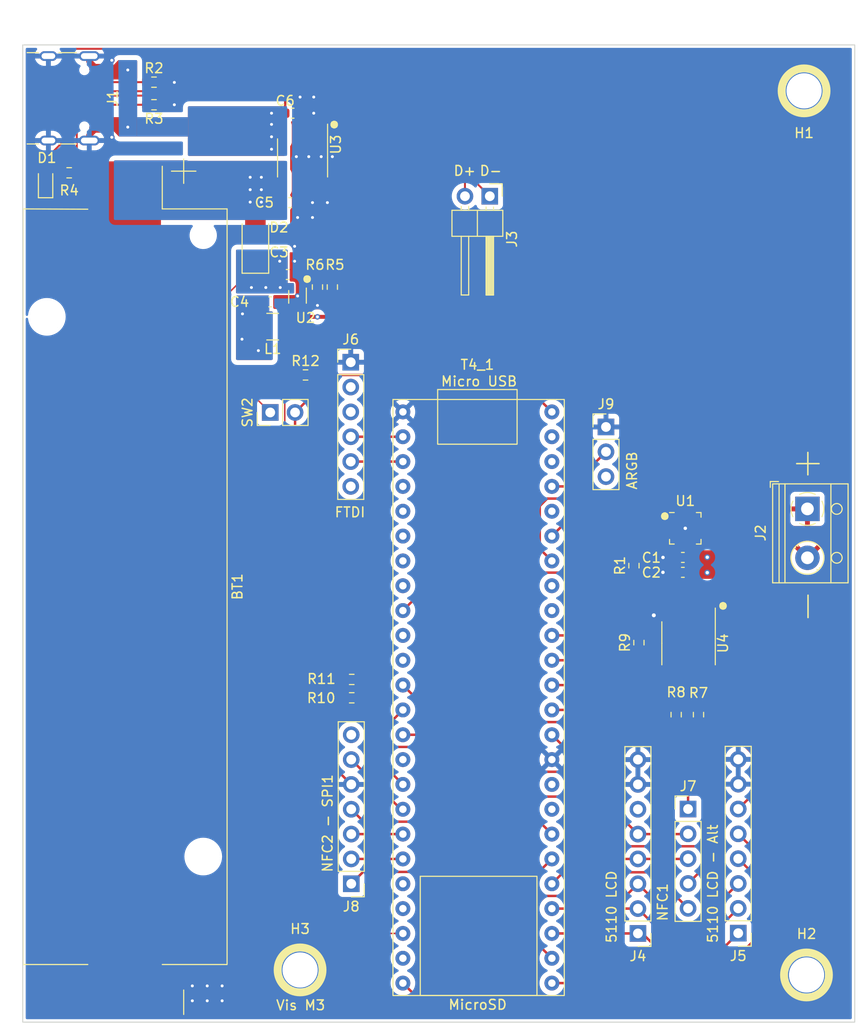
<source format=kicad_pcb>
(kicad_pcb (version 20221018) (generator pcbnew)
  (title_block (title "Carte projet Barbapapa") (date "2023-06-22") (rev "0.2") (company "Téo-CD"))
  (layers (0 "F.Cu" signal) (1 "In1.Cu" power) (2 "In2.Cu" power) (31 "B.Cu" power) (34 "B.Paste" user) (35 "F.Paste" user) (36 "B.SilkS" user "B.Silkscreen") (37 "F.SilkS" user "F.Silkscreen") (38 "B.Mask" user) (39 "F.Mask" user) (44 "Edge.Cuts" user))
  (net 0 "")
  (net 1 "/Power and USB/BATT_LOAD")
  (net 2 "VSS")
  (net 3 "/+3.3V")
  (net 4 "/Power and USB/VBUS")
  (net 5 "Net-(D1-K)")
  (net 6 "Net-(D1-A)")
  (net 7 "Net-(J1-CC1)")
  (net 8 "/Power and USB/USB_D_P")
  (net 9 "/Power and USB/USB_D_N")
  (net 11 "Net-(J1-CC2)")
  (net 13 "/Audio/Speaker_P")
  (net 14 "/Audio/Speaker_N")
  (net 15 "/LCD connectors/LCD_RST")
  (net 16 "/LCD connectors/LCD_CS")
  (net 17 "/LCD connectors/LCD_DC")
  (net 18 "/SPI_COPI")
  (net 19 "/SPI_SCK")
  (net 20 "/LCD connectors/LCD_COPI_ALT")
  (net 21 "/LCD connectors/LCD_SCK_ALT")
  (net 24 "Net-(J6-Pin_4)")
  (net 25 "Net-(J6-Pin_5)")
  (net 27 "/NFC Connectors/NFC1_CS")
  (net 28 "/SPI_CIPO")
  (net 29 "/NFC2_CS")
  (net 30 "/SPI1_SCK")
  (net 31 "/SPI1_COPI")
  (net 32 "/SPI1_CIPO")
  (net 33 "/NFC Connectors/NFC2_RST")
  (net 34 "Net-(J9-Pin_2)")
  (net 35 "Net-(U2-SW)")
  (net 36 "/Audio/Amp_enable")
  (net 37 "Net-(U1-~{SD_MODE})")
  (net 38 "Net-(U2-FB)")
  (net 39 "Net-(U4-X0)")
  (net 40 "Net-(U4-X3)")
  (net 41 "/Audio/AMP_GAIN_EN")
  (net 42 "/Power and USB/VIN")
  (net 48 "/Audio_OUT")
  (net 51 "/Audio/AMP_GAIN0")
  (net 52 "/Audio/AMP_GAIN1")
  (net 55 "/Audio/LRCLK")
  (net 56 "/Audio/BCLK")
  (net 64 "Net-(U1-~{GAIN_SLOT})")
  (net 70 "/NFC1_RST")
  (net 71 "/BAT_SNS")
  (net 74 "/Reg_en")
  (net 75 "/Power and USB/BATT_SAFE")
  (footprint "01_Passives:RES_0603" (layer "F.Cu") (at 51.2572 127 180)
    (fp_text reference "R11")
    (fp_text value "RES_0603_100K_1%")
  )
  (footprint "Connector_PinHeader_2.54mm:PinHeader_1x05_P2.54mm_Vertical" (layer "F.Cu") (at 85.667 140.2536)
    (fp_text reference "J7")
    (fp_text value "NFC1")
  )
  (footprint "01_Passives:RES_0603" (layer "F.Cu") (at 31.0282 68.2244 180)
    (fp_text reference "R3")
    (fp_text value "RES_0603_5K1_1%")
  )
  (footprint "Package_SO:SOIC-8_3.9x4.9mm_P1.27mm" (layer "F.Cu") (at 46.228 73.66 -90)
    (fp_text reference "U3")
    (fp_text value "MAX1811")
  )
  (footprint "01_Passives:RES_0603" (layer "F.Cu") (at 51.2572 128.8796)
    (fp_text reference "R10")
    (fp_text value "RES_0603_200k_1%")
  )
  (footprint "MountingHole:MountingHole_3.2mm_M3" (layer "F.Cu") (at 97.536 66.802)
    (fp_text reference "H1")
    (fp_text value "MountingHole")
  )
  (footprint "Diode_SMD:D_SOD-128" (layer "F.Cu") (at 41.402 82.296 90)
    (fp_text reference "D2")
    (fp_text value "PMEG3050EP-QX")
  )
  (footprint "Battery:BatteryHolder_Keystone_1042_1x18650" (layer "F.Cu") (at 28.066 117.516 -90)
    (fp_text reference "BT1")
    (fp_text value "Battery_Cell")
  )
  (footprint "01_Passives:CAP_0603" (layer "F.Cu") (at 85.1336 116.0474 180)
    (fp_text reference "C2")
    (fp_text value "CAP_0603_10uF_50V")
  )
  (footprint "Connector_PinHeader_2.54mm:PinHeader_1x02_P2.54mm_Vertical" (layer "F.Cu") (at 42.921 99.695 90)
    (fp_text reference "SW2")
    (fp_text value "Power switch")
  )
  (footprint "Connector_USB:USB_C_Receptacle_GCT_USB4105-xx-A_16P_TopMnt_Horizontal" (layer "F.Cu") (at 21.3 67.564 -90)
    (fp_text reference "J1")
    (fp_text value "USB_C_Receptacle_USB2.0")
  )
  (footprint "Stuff:Teensy 4.1" (layer "F.Cu") (at 64.1123 127.579)
    (fp_text reference "T4_1")
    (fp_text value "~")
  )
  (footprint "Connector_PinHeader_2.54mm:PinHeader_1x08_P2.54mm_Vertical" (layer "F.Cu") (at 80.5362 152.979 180)
    (fp_text reference "J4")
    (fp_text value "LCD SPI")
  )
  (footprint "01_Passives:RES_0603" (layer "F.Cu") (at 86.7338 130.6016 90)
    (fp_text reference "R7")
    (fp_text value "RES_0603_100K_1%")
  )
  (footprint "MountingHole:MountingHole_3.2mm_M3" (layer "F.Cu") (at 45.974 156.718)
    (fp_text reference "H3")
    (fp_text value "MountingHole")
  )
  (footprint "01_Passives:CAP_0603" (layer "F.Cu") (at 44.704 85.586)
    (fp_text reference "C3")
    (fp_text value "CAP_0603_10uF_50V")
  )
  (footprint "01_Passives:RES_0603" (layer "F.Cu") (at 47.752 86.868 90)
    (fp_text reference "R6")
    (fp_text value "RES_0603_44K2_1%")
  )
  (footprint "01_Passives:CAP_0603" (layer "F.Cu") (at 44.958 78.232 180)
    (fp_text reference "C5")
    (fp_text value "CAP_0603_10uF_50V")
  )
  (footprint "MountingHole:MountingHole_3.2mm_M3" (layer "F.Cu") (at 97.79 157.226)
    (fp_text reference "H2")
    (fp_text value "MountingHole")
  )
  (footprint "Inductor_SMD:L_1210_3225Metric_Pad1.42x2.65mm_HandSolder" (layer "F.Cu") (at 43.172 90.92 180)
    (fp_text reference "L1")
    (fp_text value "IND_1.5uH_5A_20%")
  )
  (footprint "Connector_PinHeader_2.54mm:PinHeader_1x07_P2.54mm_Vertical" (layer "F.Cu") (at 51.2091 147.899 180)
    (fp_text reference "J8")
    (fp_text value "NFC2")
  )
  (footprint "01_Passives:CAP_0603" (layer "F.Cu") (at 45.212 69.088 180)
    (fp_text reference "C6")
    (fp_text value "CAP_0603_10uF_50V")
  )
  (footprint "01_Passives:RES_0603" (layer "F.Cu") (at 46.5328 95.8596)
    (fp_text reference "R12")
    (fp_text value "RES_0603_5K1_1%")
  )
  (footprint "01_Passives:CAP_0603" (layer "F.Cu") (at 42.918 88.38 180)
    (fp_text reference "C4")
    (fp_text value "CAP_0603_10uF_50V")
  )
  (footprint "Connector_PinHeader_2.54mm:PinHeader_1x06_P2.54mm_Vertical" (layer "F.Cu") (at 51.1583 94.559)
    (fp_text reference "J6")
    (fp_text value "Random FTDI")
  )
  (footprint "Package_TO_SOT_SMD:SOT-563" (layer "F.Cu") (at 45.712 87.872 -90)
    (fp_text reference "U2")
    (fp_text value "AP61201Z6-7 buck")
  )
  (footprint "01_Passives:RES_0603" (layer "F.Cu") (at 84.4478 130.6016 90)
    (fp_text reference "R8")
    (fp_text value "RES_0603_100K_1%")
  )
  (footprint "01_Passives:CAP_0603" (layer "F.Cu") (at 85.1336 114.5234 180)
    (fp_text reference "C1")
    (fp_text value "CAP_0603_100nF_50V")
  )
  (footprint "Connector_PinHeader_2.54mm:PinHeader_1x03_P2.54mm_Vertical" (layer "F.Cu") (at 77.2695 101.178)
    (fp_text reference "J9")
    (fp_text value "RGB_LED")
  )
  (footprint "01_Passives:RES_0603" (layer "F.Cu") (at 49.276 86.868 -90)
    (fp_text reference "R5")
    (fp_text value "RES_0603_200k_1%")
  )
  (footprint "01_Passives:RES_0603" (layer "F.Cu") (at 22.352 75.184)
    (fp_text reference "R4")
    (fp_text value "RES_0603_200_1%")
  )
  (footprint "Package_SO:TSSOP-16_4.4x5mm_P0.65mm" (layer "F.Cu") (at 85.7178 123.3041 -90)
    (fp_text reference "U4")
    (fp_text value "CD4051B")
  )
  (footprint "TerminalBlock_RND:TerminalBlock_RND_205-00012_1x02_P5.00mm_Horizontal" (layer "F.Cu") (at 97.8787 109.5596 -90)
    (fp_text reference "J2")
    (fp_text value "Speaker")
  )
  (footprint "01_Passives:RES_0603" (layer "F.Cu") (at 31.0282 65.913)
    (fp_text reference "R2")
    (fp_text value "RES_0603_5K1_1%")
  )
  (footprint "LED_SMD:LED_0603_1608Metric_Pad1.05x0.95mm_HandSolder" (layer "F.Cu") (at 19.939 76.073 90)
    (fp_text reference "D1")
    (fp_text value "LED")
  )
  (footprint "Connector_PinHeader_2.54mm:PinHeader_1x08_P2.54mm_Vertical" (layer "F.Cu") (at 90.7978 152.9536 180)
    (fp_text reference "J5")
    (fp_text value "LCD Soft SPI")
  )
  (footprint "01_Passives:RES_0603" (layer "F.Cu") (at 80.6378 123.2356 90)
    (fp_text reference "R9")
    (fp_text value "RES_0603_5K1_1%")
  )
  (footprint "Connector_PinHeader_2.54mm:PinHeader_1x02_P2.54mm_Horizontal" (layer "F.Cu") (at 65.3823 77.579 -90)
    (fp_text reference "J3")
    (fp_text value "Conn_01x02")
  )
  (footprint "Package_DFN_QFN:TQFN-16-1EP_3x3mm_P0.5mm_EP1.23x1.23mm" (layer "F.Cu") (at 85.3816 111.5439)
    (fp_text reference "U1")
    (fp_text value "MAX98357A/B")
  )
  (footprint "01_Passives:RES_0603" (layer "F.Cu") (at 80.1298 115.3616 90)
    (fp_text reference "R1")
    (fp_text value "RES_0603_634K_1%")
  )
  (gr_circle (center 97.536 66.802) (end 99.836 66.802) (stroke (width 0.8)) (fill none) (layer "F.SilkS"))
  (gr_circle (center 97.7808 157.226) (end 100.0808 157.226) (stroke (width 0.8)) (fill none) (layer "F.SilkS"))
  (gr_circle (center 45.974 156.7088) (end 48.274 156.7088) (stroke (width 0.8)) (fill none) (layer "F.SilkS"))
  (gr_rect (start 17.6022 62.103) (end 102.7176 162.052) (stroke (width 0.1)) (fill none) (layer "Edge.Cuts"))
  (gr_text "+" (at 95.9639 106.4462) (layer "F.SilkS") (effects (font (size 3 3) (thickness 0.153)) (justify left bottom)))
  (gr_text "-" (at 96.4211 117.5714 -90) (layer "F.SilkS") (effects (font (size 3 3) (thickness 0.153)) (justify left bottom)))
  (gr_text "Vis M3" (at 43.434 160.909) (layer "F.SilkS") (effects (font (size 1 1) (thickness 0.153)) (justify left bottom)))
  (gr_text "●" (at 46.101 86.4616) (layer "F.SilkS") (effects (font (size 0.8 0.8) (thickness 0.153)) (justify left bottom)))
  (gr_text "NFC1" (at 83.6554 151.8106 90) (layer "F.SilkS") (effects (font (size 1 1) (thickness 0.153)) (justify left bottom)))
  (gr_text "●" (at 48.8696 70.6628) (layer "F.SilkS") (effects (font (size 0.8 0.8) (thickness 0.153)) (justify left bottom)))
  (gr_text "●" (at 82.6902 110.7134) (layer "F.SilkS") (effects (font (size 0.8 0.8) (thickness 0.153)) (justify left bottom)))
  (gr_text "ARGB" (at 80.5207 107.6654 90) (layer "F.SilkS") (effects (font (size 1 1) (thickness 0.153)) (justify left bottom)))
  (gr_text "5110 LCD" (at 78.423 154.0458 90) (layer "F.SilkS") (effects (font (size 1 1) (thickness 0.153)) (justify left bottom)))
  (gr_text "D+" (at 61.595 75.565) (layer "F.SilkS") (effects (font (size 1 1) (thickness 0.153)) (justify left bottom)))
  (gr_text "D-" (at 64.262 75.565) (layer "F.SilkS") (effects (font (size 1 1) (thickness 0.153)) (justify left bottom)))
  (gr_text "●" (at 88.646 119.888) (layer "F.SilkS") (effects (font (size 0.8 0.8) (thickness 0.153)) (justify left bottom)))
  (gr_text "5110 LCD - Alt" (at 88.7862 154.0458 90) (layer "F.SilkS") (effects (font (size 1 1) (thickness 0.153)) (justify left bottom)))
  (gr_text "NFC2 - SPI1" (at 49.3776 146.812 90) (layer "F.SilkS") (effects (font (size 1 1) (thickness 0.153)) (justify left bottom)))
  (gr_text "FTDI" (at 49.4284 110.49) (layer "F.SilkS") (effects (font (size 1 1) (thickness 0.153)) (justify left bottom)))
  (via (at 40.8686 76.9112) (size 0.56) (drill 0.3) (layers "F.Cu" "B.Cu") (net 1))
  (via (at 40.8686 78.1812) (size 0.56) (drill 0.3) (layers "F.Cu" "B.Cu") (net 1))
  (via (at 42.0116 76.9112) (size 0.56) (drill 0.3) (layers "F.Cu" "B.Cu") (net 1))
  (via (at 42.0116 78.1812) (size 0.56) (drill 0.3) (layers "F.Cu" "B.Cu") (net 1))
  (via (at 42.0116 75.6412) (size 0.56) (drill 0.3) (layers "F.Cu" "B.Cu") (net 1))
  (via (at 40.8686 75.6412) (size 0.56) (drill 0.3) (layers "F.Cu" "B.Cu") (net 1))
  (segment (start 33.111 68.2244) (end 33.0856 68.2244) (width 0.25) (layer "F.Cu") (net 2))
  (segment (start 83.0966 116.0474) (end 84.3586 116.0474) (width 0.4) (layer "F.Cu") (net 2))
  (segment (start 33.0348 65.913) (end 33.111 65.9384) (width 0.25) (layer "F.Cu") (net 2))
  (segment (start 85.1316 110.1064) (end 85.1316 111.2939) (width 0.15) (layer "F.Cu") (net 2))
  (segment (start 33.111 65.9384) (end 33.0856 65.913) (width 0.25) (layer "F.Cu") (net 2))
  (segment (start 83.9441 111.7939) (end 85.1316 111.7939) (width 0.15) (layer "F.Cu") (net 2))
  (segment (start 31.8532 68.2244) (end 33.111 68.2244) (width 0.25) (layer "F.Cu") (net 2))
  (segment (start 83.1016 114.5234) (end 84.3586 114.5234) (width 0.4) (layer "F.Cu") (net 2))
  (segment (start 83.4428 120.4416) (end 82.1618 120.4416) (width 0.25) (layer "F.Cu") (net 2))
  (segment (start 49.3268 129.3876) (end 49.3268 135.8567) (width 0.25) (layer "F.Cu") (net 2))
  (segment (start 49.3268 135.8567) (end 51.2091 137.739) (width 0.25) (layer "F.Cu") (net 2))
  (segment (start 83.4428 120.4416) (end 84.0928 120.4416) (width 0.25) (layer "F.Cu") (net 2))
  (segment (start 87.3428 124.91533) (end 87.3428 126.1666) (width 0.25) (layer "F.Cu") (net 2))
  (segment (start 24.405 63.789) (end 24.98 64.364) (width 0.6) (layer "F.Cu") (net 2))
  (segment (start 51.1583 94.559) (end 47.9858 94.559) (width 0.15) (layer "F.Cu") (net 2))
  (segment (start 86.9828 135.1736) (end 90.7978 135.1736) (width 0.25) (layer "F.Cu") (net 2))
  (segment (start 84.0928 120.4416) (end 84.0928 121.66533) (width 0.25) (layer "F.Cu") (net 2))
  (segment (start 24.98 70.764) (end 25.9224 70.764) (width 0.6) (layer "F.Cu") (net 2))
  (segment (start 47.9858 94.559) (end 47.3578 95.187) (width 0.15) (layer "F.Cu") (net 2))
  (segment (start 47.3578 95.187) (end 47.3578 95.8596) (width 0.15) (layer "F.Cu") (net 2))
  (segment (start 24.98 64.364) (end 26.024 64.364) (width 0.6) (layer "F.Cu") (net 2))
  (segment (start 86.8191 111.2939) (end 85.6316 111.2939) (width 0.15) (layer "F.Cu") (net 2))
  (segment (start 50.4322 128.8796) (end 49.8348 128.8796) (width 0.25) (layer "F.Cu") (net 2))
  (segment (start 25.9224 70.764) (end 26.7102 71.5518) (width 0.6) (layer "F.Cu") (net 2))
  (segment (start 24.405 71.884) (end 24.405 71.339) (width 0.6) (layer "F.Cu") (net 2))
  (segment (start 49.8348 128.8796) (end 49.3268 129.3876) (width 0.25) (layer "F.Cu") (net 2))
  (segment (start 31.8532 65.913) (end 33.0348 65.913) (width 0.25) (layer "F.Cu") (net 2))
  (segment (start 84.4478 132.6386) (end 86.9828 135.1736) (width 0.25) (layer "F.Cu") (net 2))
  (segment (start 84.4478 131.4266) (end 84.4478 132.6386) (width 0.25) (layer "F.Cu") (net 2))
  (segment (start 33.0856 65.913) (end 33.0602 65.913) (width 0.25) (layer "F.Cu") (net 2))
  (segment (start 84.0928 121.66533) (end 87.3428 124.91533) (width 0.25) (layer "F.Cu") (net 2))
  (segment (start 26.024 64.364) (end 26.7102 63.6778) (width 0.6) (layer "F.Cu") (net 2))
  (segment (start 24.405 63.244) (end 24.405 63.789) (width 0.6) (layer "F.Cu") (net 2))
  (segment (start 24.405 71.339) (end 24.98 70.764) (width 0.6) (layer "F.Cu") (net 2))
  (via (at 47.244 78.232) (size 0.56) (drill 0.3) (layers "F.Cu" "B.Cu") (net 2))
  (via (at 34.9504 159.8676) (size 0.56) (drill 0.3) (layers "F.Cu" "B.Cu") (net 2))
  (via (at 36.4744 159.8676) (size 0.56) (drill 0.3) (layers "F.Cu" "B.Cu") (net 2))
  (via (at 45.4152 82.7024) (size 0.56) (drill 0.3) (layers "F.Cu" "B.Cu") (net 2))
  (via (at 82.1618 120.4416) (size 0.8) (drill 0.4) (layers "F.Cu" "B.Cu") (net 2))
  (via (at 45.72 79.756) (size 0.56) (drill 0.3) (layers "F.Cu" "B.Cu") (net 2))
  (via (at 33.111 65.9384) (size 0.56) (drill 0.3) (layers "F.Cu" "B.Cu") (net 2))
  (via (at 45.4152 84.2264) (size 0.56) (drill 0.3) (layers "F.Cu" "B.Cu") (net 2))
  (via (at 47.371 67.437) (size 0.56) (drill 0.3) (layers "F.Cu" "B.Cu") (net 2))
  (via (at 48.768 78.232) (size 0.56) (drill 0.3) (layers "F.Cu" "B.Cu") (net 2))
  (via (at 47.244 79.756) (size 0.56) (drill 0.3) (layers "F.Cu" "B.Cu") (net 2))
  (via (at 37.9984 158.3436) (size 0.56) (drill 0.3) (layers "F.Cu" "B.Cu") (net 2))
  (via (at 45.72 87.7824) (size 0.56) (drill 0.3) (layers "F.Cu" "B.Cu") (net 2))
  (via (at 34.9504 158.3436) (size 0.56) (drill 0.3) (layers "F.Cu" "B.Cu") (net 2))
  (via (at 45.593 73.533) (size 0.56) (drill 0.3) (layers "F.Cu" "B.Cu") (net 2))
  (via (at 45.974 67.437) (size 0.56) (drill 0.3) (layers "F.Cu" "B.Cu") (net 2))
  (via (at 26.7102 63.6778) (size 0.56) (drill 0.3) (layers "F.Cu" "B.Cu") (net 2))
  (via (at 46.863 73.533) (size 0.56) (drill 0.3) (layers "F.Cu" "B.Cu") (net 2))
  (via (at 36.4744 158.3436) (size 0.56) (drill 0.3) (layers "F.Cu" "B.Cu") (net 2))
  (via (at 47.752 88.7476) (size 0.56) (drill 0.3) (layers "F.Cu" "B.Cu") (net 2))
  (via (at 33.111 68.2244) (size 0.56) (drill 0.3) (layers "F.Cu" "B.Cu") (net 2))
  (via (at 49.276 73.533) (size 0.56) (drill 0.3) (layers "F.Cu" "B.Cu") (net 2))
  (via (at 85.3816 111.5439) (size 0.61) (drill 0.35) (layers "F.Cu" "B.Cu") (net 2))
  (via (at 83.0966 116.0474) (size 0.61) (drill 0.35) (layers "F.Cu" "B.Cu") (net 2))
  (via (at 26.7102 71.5518) (size 0.56) (drill 0.3) (layers "F.Cu" "B.Cu") (net 2))
  (via (at 37.9984 159.8676) (size 0.56) (drill 0.3) (layers "F.Cu" "B.Cu") (net 2))
  (via (at 83.1016 114.5234) (size 0.61) (drill 0.35) (layers "F.Cu" "B.Cu") (net 2))
  (via (at 47.371 69.088) (size 0.56) (drill 0.3) (layers "F.Cu" "B.Cu") (net 2))
  (via (at 48.133 73.533) (size 0.56) (drill 0.3) (layers "F.Cu" "B.Cu") (net 2))
  (segment (start 87.9928 128.3156) (end 87.9928 130.3366) (width 0.25) (layer "F.Cu") (net 3))
  (segment (start 87.9928 126.1666) (end 87.9928 128.3156) (width 0.25) (layer "F.Cu") (net 3))
  (segment (start 46.9392 89.916) (end 46.282 89.2588) (width 0.4) (layer "F.Cu") (net 3))
  (segment (start 85.852 124.0606) (end 80.6378 124.0606) (width 0.25) (layer "F.Cu") (net 3))
  (segment (start 86.6928 126.1666) (end 86.6928 127.6954) (width 0.25) (layer "F.Cu") (net 3))
  (segment (start 86.6928 124.9014) (end 85.852 124.0606) (width 0.25) (layer "F.Cu") (net 3))
  (segment (start 47.752 89.916) (end 48.768 89.916) (width 0.4) (layer "F.Cu") (net 3))
  (segment (start 48.768 89.916) (end 49.276 89.408) (width 0.4) (layer "F.Cu") (net 3))
  (segment (start 85.9086 114.5234) (end 85.9086 113.2044) (width 0.9) (layer "F.Cu") (net 3))
  (segment (start 87.313 128.3156) (end 87.9928 128.3156) (width 0.25) (layer "F.Cu") (net 3))
  (segment (start 92.5758 138.4756) (end 92.5758 134.9196) (width 0.25) (layer "F.Cu") (net 3))
  (segment (start 47.752 89.916) (end 46.9392 89.916) (width 0.4) (layer "F.Cu") (net 3))
  (segment (start 49.276 89.408) (end 49.276 87.693) (width 0.4) (layer "F.Cu") (net 3))
  (segment (start 88.0374 131.4266) (end 86.7338 131.4266) (width 0.25) (layer "F.Cu") (net 3))
  (segment (start 88.5601 130.9039) (end 88.0374 131.4266) (width 0.25) (layer "F.Cu") (net 3))
  (segment (start 89.2738 131.6176) (end 88.5601 130.9039) (width 0.25) (layer "F.Cu") (net 3))
  (segment (start 87.9928 130.3366) (end 89.2738 131.6176) (width 0.25) (layer "F.Cu") (net 3))
  (segment (start 86.6928 126.1666) (end 86.6928 124.9014) (width 0.25) (layer "F.Cu") (net 3))
  (segment (start 92.5758 134.9196) (end 89.2738 131.6176) (width 0.25) (layer "F.Cu") (net 3))
  (segment (start 90.7978 140.2536) (end 92.5758 138.4756) (width 0.25) (layer "F.Cu") (net 3))
  (segment (start 86.6928 127.6954) (end 87.313 128.3156) (width 0.25) (layer "F.Cu") (net 3))
  (segment (start 46.282 89.2588) (end 46.282 88.622) (width 0.4) (layer "F.Cu") (net 3))
  (segment (start 85.9086 113.2044) (end 85.9066 113.2024) (width 0.9) (layer "F.Cu") (net 3))
  (via (at 87.63 114.5032) (size 0.61) (drill 0.35) (layers "F.Cu" "B.Cu") (net 3))
  (via (at 87.63 116.078) (size 0.61) (drill 0.35) (layers "F.Cu" "B.Cu") (net 3))
  (via (at 41.7068 93.3704) (size 0.56) (drill 0.3) (layers "F.Cu" "B.Cu") (net 3))
  (via (at 40.0304 92.202) (size 0.56) (drill 0.3) (layers "F.Cu" "B.Cu") (net 3))
  (via (at 47.752 89.916) (size 0.56) (drill 0.3) (layers "F.Cu" "B.Cu") (net 3))
  (via (at 40.0812 89.6112) (size 0.56) (drill 0.3) (layers "F.Cu" "B.Cu") (net 3))
  (segment (start 45.339 66.04) (end 44.45 66.929) (width 0.25) (layer "F.Cu") (net 4))
  (segment (start 46.863 71.185) (end 48.133 71.185) (width 0.25) (layer "F.Cu") (net 4))
  (segment (start 51.054 71.758) (end 50.481 71.185) (width 0.25) (layer "F.Cu") (net 4))
  (segment (start 23.177 75.184) (end 23.128 75.135) (width 0.2) (layer "F.Cu") (net 4))
  (segment (start 44.45 66.929) (end 44.45 69.075) (width 0.25) (layer "F.Cu") (net 4))
  (segment (start 50.481 70.931) (end 51.562 69.85) (width 0.25) (layer "F.Cu") (net 4))
  (segment (start 51.054 73.7616) (end 51.054 71.758) (width 0.25) (layer "F.Cu") (net 4))
  (segment (start 50.481 71.185) (end 50.481 70.931) (width 0.25) (layer "F.Cu") (net 4))
  (segment (start 24.8152 69.7992) (end 24.98 69.964) (width 0.2) (layer "F.Cu") (net 4))
  (segment (start 44.45 69.075) (end 44.437 69.088) (width 0.25) (layer "F.Cu") (net 4))
  (segment (start 46.863 76.135) (end 46.863 75.758249) (width 0.25) (layer "F.Cu") (net 4))
  (segment (start 51.562 66.294) (end 51.308 66.04) (width 0.25) (layer "F.Cu") (net 4))
  (segment (start 51.308 66.04) (end 45.339 66.04) (width 0.25) (layer "F.Cu") (net 4))
  (segment (start 48.133 71.185) (end 50.481 71.185) (width 0.25) (layer "F.Cu") (net 4))
  (segment (start 23.5712 69.7992) (end 24.8152 69.7992) (width 0.2) (layer "F.Cu") (net 4))
  (segment (start 23.128 75.135) (end 23.128 70.2424) (width 0.2) (layer "F.Cu") (net 4))
  (segment (start 46.863 75.758249) (end 47.742049 74.8792) (width 0.25) (layer "F.Cu") (net 4))
  (segment (start 51.562 69.85) (end 51.562 66.294) (width 0.25) (layer "F.Cu") (net 4))
  (segment (start 49.9364 74.8792) (end 51.054 73.7616) (width 0.25) (layer "F.Cu") (net 4))
  (segment (start 47.742049 74.8792) (end 49.9364 74.8792) (width 0.25) (layer "F.Cu") (net 4))
  (segment (start 23.128 70.2424) (end 23.5712 69.7992) (width 0.2) (layer "F.Cu") (net 4))
  (via (at 43.053 71.501) (size 0.56) (drill 0.3) (layers "F.Cu" "B.Cu") (net 4))
  (via (at 43.053 70.231) (size 0.56) (drill 0.3) (layers "F.Cu" "B.Cu") (net 4))
  (via (at 28.3464 70.5104) (size 0.56) (drill 0.3) (layers "F.Cu" "B.Cu") (net 4))
  (via (at 43.053 69.088) (size 0.56) (drill 0.3) (layers "F.Cu" "B.Cu") (net 4))
  (via (at 28.3464 64.6684) (size 0.56) (drill 0.3) (layers "F.Cu" "B.Cu") (net 4))
  (via (at 43.053 72.771) (size 0.56) (drill 0.3) (layers "F.Cu" "B.Cu") (net 4))
  (segment (start 69.088 79.375) (end 61.341 79.375) (width 0.2) (layer "F.Cu") (net 5))
  (segment (start 21.8948 71.8312) (end 21.8948 63.6524) (width 0.2) (layer "F.Cu") (net 5))
  (segment (start 18.9992 76.0082) (end 18.9992 74.7268) (width 0.2) (layer "F.Cu") (net 5))
  (segment (start 18.9992 74.7268) (end 21.8948 71.8312) (width 0.2) (layer "F.Cu") (net 5))
  (segment (start 21.8948 63.6524) (end 23.0442 62.503) (width 0.2) (layer "F.Cu") (net 5))
  (segment (start 23.0442 62.503) (end 54.121 62.503) (width 0.2) (layer "F.Cu") (net 5))
  (segment (start 61.341 79.375) (end 58.101 76.135) (width 0.2) (layer "F.Cu") (net 5))
  (segment (start 54.121 62.503) (end 69.088 77.47) (width 0.2) (layer "F.Cu") (net 5))
  (segment (start 69.088 77.47) (end 69.088 79.375) (width 0.2) (layer "F.Cu") (net 5))
  (segment (start 58.101 76.135) (end 48.133 76.135) (width 0.2) (layer "F.Cu") (net 5))
  (segment (start 19.939 76.948) (end 18.9992 76.0082) (width 0.2) (layer "F.Cu") (net 5))
  (segment (start 21.527 75.184) (end 19.953 75.184) (width 0.2) (layer "F.Cu") (net 6))
  (segment (start 19.953 75.184) (end 19.939 75.198) (width 0.2) (layer "F.Cu") (net 6))
  (segment (start 26.797 65.913) (end 30.2032 65.913) (width 0.2) (layer "F.Cu") (net 7))
  (segment (start 24.98 66.314) (end 26.396 66.314) (width 0.2) (layer "F.Cu") (net 7))
  (segment (start 26.396 66.314) (end 26.797 65.913) (width 0.2) (layer "F.Cu") (net 7))
  (segment (start 24.98 67.314) (end 25.842501 67.314) (width 0.2) (layer "F.Cu") (net 8))
  (segment (start 51.907903 64.741) (end 62.8423 75.675397) (width 0.2) (layer "F.Cu") (net 8))
  (segment (start 41.4872 67.289) (end 44.0352 64.741) (width 0.2) (layer "F.Cu") (net 8))
  (segment (start 24.98 67.314) (end 26.126 67.314) (width 0.25) (layer "F.Cu") (net 8))
  (segment (start 44.0352 64.741) (end 51.907903 64.741) (width 0.2) (layer "F.Cu") (net 8))
  (segment (start 62.8423 75.675397) (end 62.8423 77.579) (width 0.2) (layer "F.Cu") (net 8))
  (segment (start 25.855 68.314) (end 24.98 68.314) (width 0.25) (layer "F.Cu") (net 8))
  (segment (start 26.126 67.314) (end 26.126 68.043) (width 0.25) (layer "F.Cu") (net 8))
  (segment (start 25.842501 67.314) (end 25.867501 67.289) (width 0.2) (layer "F.Cu") (net 8))
  (segment (start 25.867501 67.289) (end 41.4872 67.289) (width 0.2) (layer "F.Cu") (net 8))
  (segment (start 26.126 68.043) (end 25.855 68.314) (width 0.25) (layer "F.Cu") (net 8))
  (segment (start 25.867501 66.839) (end 41.3008 66.839) (width 0.2) (layer "F.Cu") (net 9))
  (segment (start 24.98 66.814) (end 25.842501 66.814) (width 0.2) (layer "F.Cu") (net 9))
  (segment (start 43.8488 64.291) (end 52.0943 64.291) (width 0.2) (layer "F.Cu") (net 9))
  (segment (start 23.8146 67.5236) (end 24.105 67.814) (width 0.25) (layer "F.Cu") (net 9))
  (segment (start 52.0943 64.291) (end 65.3823 77.579) (width 0.2) (layer "F.Cu") (net 9))
  (segment (start 24.105 66.814) (end 23.8146 67.1044) (width 0.25) (layer "F.Cu") (net 9))
  (segment (start 23.8146 67.1044) (end 23.8146 67.5236) (width 0.25) (layer "F.Cu") (net 9))
  (segment (start 24.105 67.814) (end 24.98 67.814) (width 0.25) (layer "F.Cu") (net 9))
  (segment (start 41.3008 66.839) (end 43.8488 64.291) (width 0.2) (layer "F.Cu") (net 9))
  (segment (start 24.98 66.814) (end 24.105 66.814) (width 0.25) (layer "F.Cu") (net 9))
  (segment (start 25.842501 66.814) (end 25.867501 66.839) (width 0.2) (layer "F.Cu") (net 9))
  (segment (start 24.98 69.314) (end 25.755 69.314) (width 0.2) (layer "F.Cu") (net 11))
  (segment (start 26.8446 68.2244) (end 30.2032 68.2244) (width 0.2) (layer "F.Cu") (net 11))
  (segment (start 25.755 69.314) (end 26.8446 68.2244) (width 0.2) (layer "F.Cu") (net 11))
  (segment (start 88.9182 154.8332) (end 90.7978 152.9536) (width 0.25) (layer "F.Cu") (net 15))
  (segment (start 80.9934 152.979) (end 82.8476 154.8332) (width 0.25) (layer "F.Cu") (net 15))
  (segment (start 82.8476 154.8332) (end 88.9182 154.8332) (width 0.25) (layer "F.Cu") (net 15))
  (segment (start 80.5362 152.979) (end 71.7323 152.979) (width 0.25) (layer "F.Cu") (net 15))
  (segment (start 80.5362 150.439) (end 71.7323 150.439) (width 0.25) (layer "F.Cu") (net 16))
  (segment (start 84.1176 154.0204) (end 87.191 154.0204) (width 0.25) (layer "F.Cu") (net 16))
  (segment (start 80.5362 150.439) (end 84.1176 154.0204) (width 0.25) (layer "F.Cu") (net 16))
  (segment (start 87.191 154.0204) (end 90.7978 150.4136) (width 0.25) (layer "F.Cu") (net 16))
  (segment (start 79.2916 149.1436) (end 71.0744 149.1436) (width 0.25) (layer "F.Cu") (net 17))
  (segment (start 70.104 150.114) (end 71.0744 149.1436) (width 0.25) (layer "F.Cu") (net 17))
  (segment (start 80.5362 147.899) (end 84.8288 152.1916) (width 0.25) (layer "F.Cu") (net 17))
  (segment (start 86.4798 152.1916) (end 90.7978 147.8736) (width 0.25) (layer "F.Cu") (net 17))
  (segment (start 70.104 153.8907) (end 70.104 150.114) (width 0.25) (layer "F.Cu") (net 17))
  (segment (start 84.8288 152.1916) (end 86.4798 152.1916) (width 0.25) (layer "F.Cu") (net 17))
  (segment (start 71.7323 155.519) (end 70.104 153.8907) (width 0.25) (layer "F.Cu") (net 17))
  (segment (start 79.2916 149.1436) (end 80.5362 147.899) (width 0.25) (layer "F.Cu") (net 17))
  (segment (start 59.3167 133.9036) (end 55.5067 133.9036) (width 0.25) (layer "F.Cu") (net 18))
  (segment (start 85.6416 145.359) (end 85.667 145.3336) (width 0.25) (layer "F.Cu") (net 18))
  (segment (start 80.5362 145.359) (end 78.9001 145.359) (width 0.25) (layer "F.Cu") (net 18))
  (segment (start 55.5067 133.9036) (end 54.9987 133.3956) (width 0.25) (layer "F.Cu") (net 18))
  (segment (start 54.9987 133.3956) (end 54.9987 131.6126) (width 0.25) (layer "F.Cu") (net 18))
  (segment (start 80.5362 145.359) (end 85.6416 145.359) (width 0.25) (layer "F.Cu") (net 18))
  (segment (start 54.9987 131.6126) (end 56.4923 130.119) (width 0.25) (layer "F.Cu") (net 18))
  (segment (start 64.3967 138.9836) (end 59.3167 133.9036) (width 0.25) (layer "F.Cu") (net 18))
  (segment (start 78.9001 145.359) (end 72.5247 138.9836) (width 0.25) (layer "F.Cu") (net 18))
  (segment (start 72.5247 138.9836) (end 64.3967 138.9836) (width 0.25) (layer "F.Cu") (net 18))
  (segment (start 78.486 139.4127) (end 71.7323 132.659) (width 0.25) (layer "F.Cu") (net 19))
  (segment (start 85.6416 142.819) (end 85.667 142.7936) (width 0.25) (layer "F.Cu") (net 19))
  (segment (start 80.5362 142.819) (end 78.486 140.7688) (width 0.25) (layer "F.Cu") (net 19))
  (segment (start 80.5362 142.819) (end 85.6416 142.819) (width 0.25) (layer "F.Cu") (net 19))
  (segment (start 78.486 140.7688) (end 78.486 139.4127) (width 0.25) (layer "F.Cu") (net 19))
  (segment (start 88.0424 158.059) (end 93.0838 153.0176) (width 0.25) (layer "F.Cu") (net 20))
  (segment (start 93.0838 153.0176) (end 93.0838 147.6196) (width 0.25) (layer "F.Cu") (net 20))
  (segment (start 93.0838 147.6196) (end 90.7978 145.3336) (width 0.25) (layer "F.Cu") (net 20))
  (segment (start 71.7323 158.059) (end 88.0424 158.059) (width 0.25) (layer "F.Cu") (net 20))
  (segment (start 88.3464 160.0656) (end 58.4989 160.0656) (width 0.25) (layer "F.Cu") (net 21))
  (segment (start 94.0998 154.3122) (end 88.3464 160.0656) (width 0.25) (layer "F.Cu") (net 21))
  (segment (start 58.4989 160.0656) (end 56.4923 158.059) (width 0.25) (layer "F.Cu") (net 21))
  (segment (start 94.0998 146.0956) (end 94.0998 154.3122) (width 0.25) (layer "F.Cu") (net 21))
  (segment (start 90.7978 142.7936) (end 94.0998 146.0956) (width 0.25) (layer "F.Cu") (net 21))
  (segment (start 51.1583 102.179) (end 56.4923 102.179) (width 0.25) (layer "F.Cu") (net 24))
  (segment (start 56.4923 104.719) (end 51.1583 104.719) (width 0.25) (layer "F.Cu") (net 25))
  (segment (start 81.1458 131.3636) (end 60.2769 131.3636) (width 0.25) (layer "F.Cu") (net 27))
  (segment (start 60.2769 131.3636) (end 56.4923 127.579) (width 0.25) (layer "F.Cu") (net 27))
  (segment (start 85.667 135.8848) (end 81.1458 131.3636) (width 0.25) (layer "F.Cu") (net 27))
  (segment (start 85.667 140.2536) (end 85.667 135.8848) (width 0.25) (layer "F.Cu") (net 27))
  (segment (start 79.5476 144.0636) (end 86.4798 144.0636) (width 0.25) (layer "F.Cu") (net 28))
  (segment (start 77.724 140.716) (end 77.724 142.24) (width 0.25) (layer "F.Cu") (net 28))
  (segment (start 87.2418 144.8256) (end 87.2418 146.2988) (width 0.25) (layer "F.Cu") (net 28))
  (segment (start 77.724 142.24) (end 79.5476 144.0636) (width 0.25) (layer "F.Cu") (net 28))
  (segment (start 56.4923 132.659) (end 61.6281 132.659) (width 0.25) (layer "F.Cu") (net 28))
  (segment (start 73.4516 136.4436) (end 77.724 140.716) (width 0.25) (layer "F.Cu") (net 28))
  (segment (start 65.4127 136.4436) (end 73.4516 136.4436) (width 0.25) (layer "F.Cu") (net 28))
  (segment (start 86.4798 144.0636) (end 87.2418 144.8256) (width 0.25) (layer "F.Cu") (net 28))
  (segment (start 87.2418 146.2988) (end 85.667 147.8736) (width 0.25) (layer "F.Cu") (net 28))
  (segment (start 61.6281 132.659) (end 65.4127 136.4436) (width 0.25) (layer "F.Cu") (net 28))
  (segment (start 70.4063 146.685) (end 71.7323 145.359) (width 0.25) (layer "F.Cu") (net 29))
  (segment (start 52.4231 146.685) (end 70.4063 146.685) (width 0.25) (layer "F.Cu") (net 29))
  (segment (start 51.2091 147.899) (end 52.4231 146.685) (width 0.25) (layer "F.Cu") (net 29))
  (segment (start 56.4923 145.359) (end 51.2091 145.359) (width 0.25) (layer "F.Cu") (net 30))
  (segment (start 56.4923 142.819) (end 51.2091 142.819) (width 0.25) (layer "F.Cu") (net 31))
  (segment (start 52.4791 141.549) (end 70.4623 141.549) (width 0.25) (layer "F.Cu") (net 32))
  (segment (start 70.4623 141.549) (end 71.7323 142.819) (width 0.25) (layer "F.Cu") (net 32))
  (segment (start 51.2091 140.279) (end 52.4791 141.549) (width 0.25) (layer "F.Cu") (net 32))
  (segment (start 56.2891 140.279) (end 56.4923 140.279) (width 0.25) (layer "F.Cu") (net 33))
  (segment (start 51.2091 135.199) (end 56.2891 140.279) (width 0.25) (layer "F.Cu") (net 33))
  (segment (start 73.7285 107.259) (end 77.2695 103.718) (width 0.25) (layer "F.Cu") (net 34))
  (segment (start 71.7323 107.259) (end 73.7285 107.259) (width 0.25) (layer "F.Cu") (net 34))
  (segment (start 44.6595 90.92) (end 45.142 90.4375) (width 0.4) (layer "F.Cu") (net 35))
  (segment (start 45.142 90.4375) (end 45.142 88.622) (width 0.4) (layer "F.Cu") (net 35))
  (segment (start 80.1298 116.1866) (end 80.1298 117.4822) (width 0.25) (layer "F.Cu") (net 36))
  (segment (start 80.1298 117.4822) (end 75.113 122.499) (width 0.25) (layer "F.Cu") (net 36))
  (segment (start 75.113 122.499) (end 71.7323 122.499) (width 0.25) (layer "F.Cu") (net 36))
  (segment (start 82.3528 112.3136) (end 83.9244 112.3136) (width 0.25) (layer "F.Cu") (net 37))
  (segment (start 80.1298 114.5366) (end 82.3528 112.3136) (width 0.25) (layer "F.Cu") (net 37))
  (segment (start 83.9244 112.3136) (end 83.9441 112.2939) (width 0.25) (layer "F.Cu") (net 37))
  (segment (start 49.276 86.043) (end 47.752 86.043) (width 0.4) (layer "F.Cu") (net 38))
  (segment (start 46.282 86.56) (end 46.282 87.122) (width 0.4) (layer "F.Cu") (net 38))
  (segment (start 47.752 86.043) (end 46.799 86.043) (width 0.4) (layer "F.Cu") (net 38))
  (segment (start 46.799 86.043) (end 46.282 86.56) (width 0.4) (layer "F.Cu") (net 38))
  (segment (start 86.7338 129.7766) (end 86.0428 129.0856) (width 0.25) (layer "F.Cu") (net 39))
  (segment (start 86.0428 129.0856) (end 86.0428 126.1666) (width 0.25) (layer "F.Cu") (net 39))
  (segment (start 85.3928 128.8316) (end 85.3928 126.1666) (width 0.25) (layer "F.Cu") (net 40))
  (segment (start 84.4478 129.7766) (end 85.3928 128.8316) (width 0.25) (layer "F.Cu") (net 40))
  (segment (start 80.6378 122.4106) (end 80.6378 119.1716) (width 0.25) (layer "F.Cu") (net 41))
  (segment (start 78.9606 122.4106) (end 80.6378 122.4106) (width 0.25) (layer "F.Cu") (net 41))
  (segment (start 76.3322 125.039) (end 78.9606 122.4106) (width 0.25) (layer "F.Cu") (net 41))
  (segment (start 80.6378 119.1716) (end 80.8918 118.9176) (width 0.25) (layer "F.Cu") (net 41))
  (segment (start 71.7323 125.039) (end 76.3322 125.039) (width 0.25) (layer "F.Cu") (net 41))
  (segment (start 80.8918 118.9176) (end 84.1938 118.9176) (width 0.25) (layer "F.Cu") (net 41))
  (segment (start 84.1938 118.9176) (end 84.7428 119.4666) (width 0.25) (layer "F.Cu") (net 41))
  (segment (start 84.7428 119.4666) (end 84.7428 120.4416) (width 0.25) (layer "F.Cu") (net 41))
  (segment (start 67.9529 95.8596) (end 71.7323 99.639) (width 0.25) (layer "F.Cu") (net 42))
  (segment (start 49.2964 95.8596) (end 67.9529 95.8596) (width 0.25) (layer "F.Cu") (net 42))
  (segment (start 45.461 122.0288) (end 50.4322 127) (width 0.25) (layer "F.Cu") (net 42))
  (segment (start 45.461 99.695) (end 45.461 122.0288) (width 0.25) (layer "F.Cu") (net 42))
  (segment (start 45.461 99.695) (end 49.2964 95.8596) (width 0.25) (layer "F.Cu") (net 42))
  (segment (start 60.3733 116.078) (end 75.6034 116.078) (width 0.25) (layer "F.Cu") (net 48))
  (segment (start 75.6034 116.078) (end 80.8875 110.7939) (width 0.25) (layer "F.Cu") (net 48))
  (segment (start 80.8875 110.7939) (end 83.9441 110.7939) (width 0.25) (layer "F.Cu") (net 48))
  (segment (start 56.4923 119.959) (end 60.3733 116.078) (width 0.25) (layer "F.Cu") (net 48))
  (segment (start 84.7428 127.7362) (end 84.7428 126.1666) (width 0.25) (layer "F.Cu") (net 51))
  (segment (start 82.36 130.119) (end 71.7323 130.119) (width 0.25) (layer "F.Cu") (net 51))
  (segment (start 82.36 130.119) (end 84.7428 127.7362) (width 0.25) (layer "F.Cu") (net 51))
  (segment (start 84.0928 126.1666) (end 84.0928 127.2432) (width 0.25) (layer "F.Cu") (net 52))
  (segment (start 71.7323 127.579) (end 83.757 127.579) (width 0.25) (layer "F.Cu") (net 52))
  (segment (start 84.0928 127.2432) (end 83.757 127.579) (width 0.25) (layer "F.Cu") (net 52))
  (segment (start 85.6316 109.1012) (end 85.6316 110.1064) (width 0.25) (layer "F.Cu") (net 55))
  (segment (start 70.4927 113.6394) (end 70.4927 109.2656) (width 0.25) (layer "F.Cu") (net 55))
  (segment (start 71.2547 108.5036) (end 85.034 108.5036) (width 0.25) (layer "F.Cu") (net 55))
  (segment (start 70.4927 109.2656) (end 71.2547 108.5036) (width 0.25) (layer "F.Cu") (net 55))
  (segment (start 85.034 108.5036) (end 85.6316 109.1012) (width 0.25) (layer "F.Cu") (net 55))
  (segment (start 71.7323 114.879) (end 70.4927 113.6394) (width 0.25) (layer "F.Cu") (net 55))
  (segment (start 73.9649 110.1064) (end 84.6316 110.1064) (width 0.25) (layer "F.Cu") (net 56))
  (segment (start 71.7323 112.339) (end 73.9649 110.1064) (width 0.25) (layer "F.Cu") (net 56))
  (segment (start 79.1138 114.8536) (end 79.1138 114.0916) (width 0.25) (layer "F.Cu") (net 64))
  (segment (start 79.1138 114.0916) (end 81.9115 111.2939) (width 0.25) (layer "F.Cu") (net 64))
  (segment (start 85.6672 117.856) (end 82.8986 117.856) (width 0.25) (layer "F.Cu") (net 64))
  (segment (start 80.419025 115.3616) (end 79.6218 115.3616) (width 0.25) (layer "F.Cu") (net 64))
  (segment (start 80.8568 115.799375) (end 80.419025 115.3616) (width 0.25) (layer "F.Cu") (net 64))
  (segment (start 81.9115 111.2939) (end 83.9441 111.2939) (width 0.25) (layer "F.Cu") (net 64))
  (segment (start 80.8568 115.8142) (end 80.8568 115.799375) (width 0.25) (layer "F.Cu") (net 64))
  (segment (start 86.6928 120.4416) (end 86.6928 118.8816) (width 0.25) (layer "F.Cu") (net 64))
  (segment (start 82.8986 117.856) (end 80.8568 115.8142) (width 0.25) (layer "F.Cu") (net 64))
  (segment (start 79.6218 115.3616) (end 79.1138 114.8536) (width 0.25) (layer "F.Cu") (net 64))
  (segment (start 86.6928 118.8816) (end 85.6672 117.856) (width 0.25) (layer "F.Cu") (net 64))
  (segment (start 71.7323 147.899) (end 72.9073 146.724) (width 0.25) (layer "F.Cu") (net 70))
  (segment (start 72.9073 146.724) (end 81.9774 146.724) (width 0.25) (layer "F.Cu") (net 70))
  (segment (start 81.9774 146.724) (end 85.667 150.4136) (width 0.25) (layer "F.Cu") (net 70))
  (segment (start 52.07 128.8674) (end 52.0822 128.8796) (width 0.15) (layer "F.Cu") (net 71))
  (segment (start 52.0822 130.5174) (end 54.0004 132.4356) (width 0.25) (layer "F.Cu") (net 71))
  (segment (start 52.0822 128.8796) (end 52.0822 127) (width 0.15) (layer "F.Cu") (net 71))
  (segment (start 54.0004 135.2471) (end 56.4923 137.739) (width 0.25) (layer "F.Cu") (net 71))
  (segment (start 54.0004 132.4356) (end 54.0004 135.2471) (width 0.25) (layer "F.Cu") (net 71))
  (segment (start 52.0822 128.8796) (end 52.0822 130.5174) (width 0.25) (layer "F.Cu") (net 71))
  (segment (start 45.712 95.8554) (end 45.712 88.622) (width 0.15) (layer "F.Cu") (net 74))
  (segment (start 44.409 144.6374) (end 52.7506 152.979) (width 0.15) (layer "F.Cu") (net 74))
  (segment (start 45.7078 95.8596) (end 45.712 95.8554) (width 0.15) (layer "F.Cu") (net 74))
  (segment (start 44.409 97.1584) (end 44.409 144.6374) (width 0.15) (layer "F.Cu") (net 74))
  (segment (start 52.7506 152.979) (end 56.4923 152.979) (width 0.15) (layer "F.Cu") (net 74))
  (segment (start 45.7078 95.8596) (end 44.409 97.1584) (width 0.15) (layer "F.Cu") (net 74))
  (segment (start 42.921 99.695) (end 37.9476 94.7216) (width 0.15) (layer "F.Cu") (net 75))
  (segment (start 37.9476 94.7216) (end 37.9476 88.2044) (width 0.15) (layer "F.Cu") (net 75))
  (segment (start 37.9476 88.2044) (end 41.656 84.496) (width 0.15) (layer "F.Cu") (net 75))
  (via (at 40.9956 86.9188) (size 0.56) (drill 0.3) (layers "F.Cu" "B.Cu") (net 75))
  (via (at 43.8912 84.2264) (size 0.56) (drill 0.3) (layers "F.Cu" "B.Cu") (net 75))
  (via (at 42.4688 86.9188) (size 0.56) (drill 0.3) (layers "F.Cu" "B.Cu") (net 75))
  (via (at 43.942 86.9188) (size 0.56) (drill 0.3) (layers "F.Cu" "B.Cu") (net 75))
  (zone (net 14) (net_name "/Audio/Speaker_N") (layer "F.Cu") (priority 12) (connect_pads thru_hole_only (clearance 0.15)) (min_thickness 0.25) (fill yes (thermal_gap 0.5) (thermal_bridge_width 0.5))
    (polygon (pts (xy 86.8172 112.4712) (xy 87.5284 112.4712) (xy 90.932 115.824) (xy 99.5426 115.824) (xy 99.5426 112.1156) (xy 86.8172 112.1156)))
  )
  (zone (net 2) (net_name "VSS") (layer "F.Cu") (name "Power_GND") (priority 5) (connect_pads yes (clearance 0.15)) (min_thickness 0.25) (fill yes (thermal_gap 0.5) (thermal_bridge_width 0.5))
    (polygon (pts (xy 48.514 86.868) (xy 46.7868 86.868) (xy 46.7868 87.6808) (xy 45.974 87.6808) (xy 45.974 83.312) (xy 44.9072 83.312) (xy 44.9072 86.36) (xy 45.466 86.36) (xy 45.466 87.6808) (xy 43.2308 87.6808) (xy 43.2308 89.1032) (xy 44.6024 89.1032) (xy 44.6024 88.0872) (xy 46.7868 88.0872) (xy 46.7868 89.154) (xy 48.514 89.154)))
  )
  (zone (net 4) (net_name "/Power and USB/VBUS") (layer "F.Cu") (priority 9) (connect_pads yes (clearance 0.15)) (min_thickness 0.25) (fill yes (thermal_gap 0.5) (thermal_bridge_width 0.5))
    (polygon (pts (xy 25.5016 70.2564) (xy 26.2636 70.2564) (xy 27.432 71.4756) (xy 29.3116 71.4756) (xy 29.3116 69.4944) (xy 26.2636 69.4944) (xy 25.5016 69.6722)))
  )
  (zone (net 2) (net_name "VSS") (layer "F.Cu") (name "Batt_GND") (priority 4) (connect_pads yes (clearance 0.5)) (min_thickness 0.25) (fill yes (thermal_gap 0.5) (thermal_bridge_width 0.5))
    (polygon (pts (xy 51.054 66.548) (xy 45.593 66.548) (xy 45.212 66.929) (xy 45.212 69.596) (xy 44.958 70.104) (xy 44.958 83.439) (xy 51.054 83.439) (xy 51.054 77.47) (xy 46.482 77.47) (xy 46.228 77.216) (xy 46.228 75.057) (xy 46.736 74.422) (xy 49.403 74.422) (xy 50.038 73.914) (xy 50.038 72.517) (xy 46.482 72.517) (xy 46.228 72.263) (xy 46.228 70.104) (xy 46.609 69.723) (xy 51.054 69.723)))
  )
  (zone (net 2) (net_name "VSS") (layer "F.Cu") (name "Batt") (priority 8) (connect_pads yes (clearance 0.5)) (min_thickness 0.25) (fill yes (thermal_gap 0.5) (thermal_bridge_width 0.5))
    (polygon (pts (xy 28.0924 156.8196) (xy 38.9128 156.8196) (xy 38.9128 161.3916) (xy 28.0924 161.3916)))
  )
  (zone (net 3) (net_name "/+3.3V") (layer "F.Cu") (priority 11) (connect_pads yes (clearance 0.15)) (min_thickness 0.25) (fill yes (thermal_gap 0.5) (thermal_bridge_width 0.5))
    (polygon (pts (xy 85.471 113.792) (xy 88.519 113.792) (xy 88.519 116.713) (xy 85.471 116.713)))
  )
  (zone (net 13) (net_name "/Audio/Speaker_P") (layer "F.Cu") (priority 12) (connect_pads thru_hole_only (clearance 0.15)) (min_thickness 0.25) (fill yes (thermal_gap 0.5) (thermal_bridge_width 0.5))
    (polygon (pts (xy 86.8172 111.6076) (xy 87.5284 111.6076) (xy 90.932 108.2548) (xy 99.5426 108.2548) (xy 99.5426 111.9632) (xy 86.8172 111.9632)))
  )
  (zone (net 4) (net_name "/Power and USB/VBUS") (layer "F.Cu") (priority 9) (connect_pads yes (clearance 0.15)) (min_thickness 0.25) (fill yes (thermal_gap 0.5) (thermal_bridge_width 0.5))
    (polygon (pts (xy 25.4508 64.8716) (xy 26.2128 64.8716) (xy 27.3812 63.6524) (xy 29.3116 63.6524) (xy 29.3116 65.6336) (xy 26.2128 65.6336) (xy 25.4508 65.4812)))
  )
  (zone (net 3) (net_name "/+3.3V") (layers "F.Cu" "In2.Cu" "B.Cu") (name "3.3V") (priority 7) (connect_pads yes (clearance 0.15)) (min_thickness 0.25) (fill yes (thermal_gap 0.5) (thermal_bridge_width 0.5))
    (polygon (pts (xy 43.18 89.3572) (xy 42.8244 89.3572) (xy 42.8244 87.7316) (xy 39.4208 87.7316) (xy 39.4208 94.3356) (xy 43.18 94.3356)))
  )
  (zone (net 1) (net_name "/Power and USB/BATT_LOAD") (layers "F.Cu" "In2.Cu" "B.Cu") (name "Batt") (priority 2) (connect_pads yes (clearance 0.5)) (min_thickness 0.25) (fill yes (thermal_gap 0.5) (thermal_bridge_width 0.5))
    (polygon (pts (xy 44.6532 73.914) (xy 44.6532 80.01) (xy 26.924 80.01) (xy 26.924 73.914)))
  )
  (zone (net 75) (net_name "/Power and USB/BATT_SAFE") (layers "F.Cu" "In2.Cu" "B.Cu") (name "Batt") (priority 6) (connect_pads yes (clearance 0.15)) (min_thickness 0.25) (fill yes (thermal_gap 0.5) (thermal_bridge_width 0.5))
    (polygon (pts (xy 43.053 83.0326) (xy 43.0784 83.0326) (xy 44.704 83.0326) (xy 44.704 86.4616) (xy 45.3644 86.4616) (xy 45.3644 87.5284) (xy 39.4208 87.5284) (xy 39.4208 83.0326)))
  )
  (zone (net 4) (net_name "/Power and USB/VBUS") (layers "F&B.Cu") (name "VBUS") (priority 3) (connect_pads yes (clearance 0.5)) (min_thickness 0.25) (fill yes (thermal_gap 0.5) (thermal_bridge_width 0.5))
    (polygon (pts (xy 44.6532 73.4568) (xy 44.6532 68.3768) (xy 34.4932 68.3768) (xy 34.4932 73.4568)))
  )
  (zone (net 4) (net_name "/Power and USB/VBUS") (layers "F&B.Cu") (priority 13) (connect_pads yes (clearance 0.15)) (min_thickness 0.25) (fill yes (thermal_gap 0.5) (thermal_bridge_width 0.5))
    (polygon (pts (xy 29.2608 69.4944) (xy 34.544 69.4944) (xy 34.544 71.4756) (xy 29.2608 71.4756)))
  )
  (zone (net 2) (net_name "VSS") (layers "In1.Cu" "B.Cu") (name "GND") (connect_pads (clearance 0.5)) (min_thickness 0.25) (fill yes (thermal_gap 0.5) (thermal_bridge_width 0.5))
    (polygon (pts (xy 17.8308 62.2808) (xy 17.8308 161.8488) (xy 102.4636 161.798) (xy 102.4636 62.3316) (xy 18.7452 62.2808)))
  )
  (zone (net 4) (net_name "/Power and USB/VBUS") (layer "B.Cu") (priority 10) (connect_pads (clearance 0.15)) (min_thickness 0.25) (fill yes (thermal_gap 0.5) (thermal_bridge_width 0.5))
    (polygon (pts (xy 29.3116 63.6524) (xy 27.3812 63.6524) (xy 27.432 71.4756) (xy 29.3116 71.4756)))
  )
)
</source>
